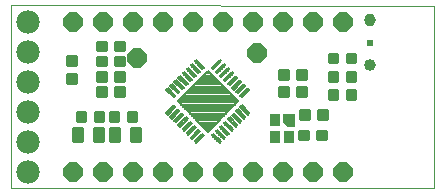
<source format=gts>
G75*
%MOIN*%
%OFA0B0*%
%FSLAX25Y25*%
%IPPOS*%
%LPD*%
%AMOC8*
5,1,8,0,0,1.08239X$1,22.5*
%
%ADD10C,0.00000*%
%ADD11C,0.00975*%
%ADD12C,0.00748*%
%ADD13C,0.00692*%
%ADD14R,0.02369X0.02369*%
%ADD15R,0.02369X0.03943*%
%ADD16C,0.03975*%
%ADD17C,0.07800*%
%ADD18R,0.03740X0.04134*%
%ADD19C,0.00200*%
%ADD20OC8,0.06400*%
D10*
X0001250Y0002383D02*
X0001250Y0063593D01*
X0142451Y0063343D01*
X0142451Y0002383D01*
X0001250Y0002383D01*
D11*
X0022037Y0018170D02*
X0024963Y0018170D01*
X0022037Y0018170D02*
X0022037Y0022596D01*
X0024963Y0022596D01*
X0024963Y0018170D01*
X0024963Y0019144D02*
X0022037Y0019144D01*
X0022037Y0020118D02*
X0024963Y0020118D01*
X0024963Y0021092D02*
X0022037Y0021092D01*
X0022037Y0022066D02*
X0024963Y0022066D01*
X0029037Y0018170D02*
X0031963Y0018170D01*
X0029037Y0018170D02*
X0029037Y0022596D01*
X0031963Y0022596D01*
X0031963Y0018170D01*
X0031963Y0019144D02*
X0029037Y0019144D01*
X0029037Y0020118D02*
X0031963Y0020118D01*
X0031963Y0021092D02*
X0029037Y0021092D01*
X0029037Y0022066D02*
X0031963Y0022066D01*
X0034537Y0018170D02*
X0037463Y0018170D01*
X0034537Y0018170D02*
X0034537Y0022596D01*
X0037463Y0022596D01*
X0037463Y0018170D01*
X0037463Y0019144D02*
X0034537Y0019144D01*
X0034537Y0020118D02*
X0037463Y0020118D01*
X0037463Y0021092D02*
X0034537Y0021092D01*
X0034537Y0022066D02*
X0037463Y0022066D01*
X0041537Y0018170D02*
X0044463Y0018170D01*
X0041537Y0018170D02*
X0041537Y0022596D01*
X0044463Y0022596D01*
X0044463Y0018170D01*
X0044463Y0019144D02*
X0041537Y0019144D01*
X0041537Y0020118D02*
X0044463Y0020118D01*
X0044463Y0021092D02*
X0041537Y0021092D01*
X0041537Y0022066D02*
X0044463Y0022066D01*
X0043213Y0024920D02*
X0040287Y0024920D01*
X0040287Y0027846D01*
X0043213Y0027846D01*
X0043213Y0024920D01*
X0043213Y0025894D02*
X0040287Y0025894D01*
X0040287Y0026868D02*
X0043213Y0026868D01*
X0043213Y0027842D02*
X0040287Y0027842D01*
X0037213Y0024920D02*
X0034287Y0024920D01*
X0034287Y0027846D01*
X0037213Y0027846D01*
X0037213Y0024920D01*
X0037213Y0025894D02*
X0034287Y0025894D01*
X0034287Y0026868D02*
X0037213Y0026868D01*
X0037213Y0027842D02*
X0034287Y0027842D01*
X0032213Y0027846D02*
X0029287Y0027846D01*
X0032213Y0027846D02*
X0032213Y0024920D01*
X0029287Y0024920D01*
X0029287Y0027846D01*
X0029287Y0025894D02*
X0032213Y0025894D01*
X0032213Y0026868D02*
X0029287Y0026868D01*
X0029287Y0027842D02*
X0032213Y0027842D01*
X0026213Y0027846D02*
X0023287Y0027846D01*
X0026213Y0027846D02*
X0026213Y0024920D01*
X0023287Y0024920D01*
X0023287Y0027846D01*
X0023287Y0025894D02*
X0026213Y0025894D01*
X0026213Y0026868D02*
X0023287Y0026868D01*
X0023287Y0027842D02*
X0026213Y0027842D01*
X0030037Y0036096D02*
X0032963Y0036096D01*
X0032963Y0033170D01*
X0030037Y0033170D01*
X0030037Y0036096D01*
X0030037Y0034144D02*
X0032963Y0034144D01*
X0032963Y0035118D02*
X0030037Y0035118D01*
X0030037Y0036092D02*
X0032963Y0036092D01*
X0036037Y0036096D02*
X0038963Y0036096D01*
X0038963Y0033170D01*
X0036037Y0033170D01*
X0036037Y0036096D01*
X0036037Y0034144D02*
X0038963Y0034144D01*
X0038963Y0035118D02*
X0036037Y0035118D01*
X0036037Y0036092D02*
X0038963Y0036092D01*
X0038963Y0038170D02*
X0036037Y0038170D01*
X0036037Y0041096D01*
X0038963Y0041096D01*
X0038963Y0038170D01*
X0038963Y0039144D02*
X0036037Y0039144D01*
X0036037Y0040118D02*
X0038963Y0040118D01*
X0038963Y0041092D02*
X0036037Y0041092D01*
X0032963Y0038170D02*
X0030037Y0038170D01*
X0030037Y0041096D01*
X0032963Y0041096D01*
X0032963Y0038170D01*
X0032963Y0039144D02*
X0030037Y0039144D01*
X0030037Y0040118D02*
X0032963Y0040118D01*
X0032963Y0041092D02*
X0030037Y0041092D01*
X0030037Y0046346D02*
X0032963Y0046346D01*
X0032963Y0043420D01*
X0030037Y0043420D01*
X0030037Y0046346D01*
X0030037Y0044394D02*
X0032963Y0044394D01*
X0032963Y0045368D02*
X0030037Y0045368D01*
X0030037Y0046342D02*
X0032963Y0046342D01*
X0036037Y0046346D02*
X0038963Y0046346D01*
X0038963Y0043420D01*
X0036037Y0043420D01*
X0036037Y0046346D01*
X0036037Y0044394D02*
X0038963Y0044394D01*
X0038963Y0045368D02*
X0036037Y0045368D01*
X0036037Y0046342D02*
X0038963Y0046342D01*
X0038963Y0051346D02*
X0036037Y0051346D01*
X0038963Y0051346D02*
X0038963Y0048420D01*
X0036037Y0048420D01*
X0036037Y0051346D01*
X0036037Y0049394D02*
X0038963Y0049394D01*
X0038963Y0050368D02*
X0036037Y0050368D01*
X0036037Y0051342D02*
X0038963Y0051342D01*
X0032963Y0051346D02*
X0030037Y0051346D01*
X0032963Y0051346D02*
X0032963Y0048420D01*
X0030037Y0048420D01*
X0030037Y0051346D01*
X0030037Y0049394D02*
X0032963Y0049394D01*
X0032963Y0050368D02*
X0030037Y0050368D01*
X0030037Y0051342D02*
X0032963Y0051342D01*
X0022963Y0046596D02*
X0022963Y0043670D01*
X0020037Y0043670D01*
X0020037Y0046596D01*
X0022963Y0046596D01*
X0022963Y0044644D02*
X0020037Y0044644D01*
X0020037Y0045618D02*
X0022963Y0045618D01*
X0022963Y0046592D02*
X0020037Y0046592D01*
X0022963Y0040596D02*
X0022963Y0037670D01*
X0020037Y0037670D01*
X0020037Y0040596D01*
X0022963Y0040596D01*
X0022963Y0038644D02*
X0020037Y0038644D01*
X0020037Y0039618D02*
X0022963Y0039618D01*
X0022963Y0040592D02*
X0020037Y0040592D01*
X0090787Y0041846D02*
X0093713Y0041846D01*
X0093713Y0038920D01*
X0090787Y0038920D01*
X0090787Y0041846D01*
X0090787Y0039894D02*
X0093713Y0039894D01*
X0093713Y0040868D02*
X0090787Y0040868D01*
X0090787Y0041842D02*
X0093713Y0041842D01*
X0096787Y0041846D02*
X0099713Y0041846D01*
X0099713Y0038920D01*
X0096787Y0038920D01*
X0096787Y0041846D01*
X0096787Y0039894D02*
X0099713Y0039894D01*
X0099713Y0040868D02*
X0096787Y0040868D01*
X0096787Y0041842D02*
X0099713Y0041842D01*
X0107287Y0041096D02*
X0110213Y0041096D01*
X0110213Y0038170D01*
X0107287Y0038170D01*
X0107287Y0041096D01*
X0107287Y0039144D02*
X0110213Y0039144D01*
X0110213Y0040118D02*
X0107287Y0040118D01*
X0107287Y0041092D02*
X0110213Y0041092D01*
X0113287Y0041096D02*
X0116213Y0041096D01*
X0116213Y0038170D01*
X0113287Y0038170D01*
X0113287Y0041096D01*
X0113287Y0039144D02*
X0116213Y0039144D01*
X0116213Y0040118D02*
X0113287Y0040118D01*
X0113287Y0041092D02*
X0116213Y0041092D01*
X0116213Y0047346D02*
X0113287Y0047346D01*
X0116213Y0047346D02*
X0116213Y0044420D01*
X0113287Y0044420D01*
X0113287Y0047346D01*
X0113287Y0045394D02*
X0116213Y0045394D01*
X0116213Y0046368D02*
X0113287Y0046368D01*
X0113287Y0047342D02*
X0116213Y0047342D01*
X0110213Y0047346D02*
X0107287Y0047346D01*
X0110213Y0047346D02*
X0110213Y0044420D01*
X0107287Y0044420D01*
X0107287Y0047346D01*
X0107287Y0045394D02*
X0110213Y0045394D01*
X0110213Y0046368D02*
X0107287Y0046368D01*
X0107287Y0047342D02*
X0110213Y0047342D01*
X0099786Y0033097D02*
X0096860Y0033097D01*
X0096860Y0036023D01*
X0099786Y0036023D01*
X0099786Y0033097D01*
X0099786Y0034071D02*
X0096860Y0034071D01*
X0096860Y0035045D02*
X0099786Y0035045D01*
X0099786Y0036019D02*
X0096860Y0036019D01*
X0093786Y0033097D02*
X0090860Y0033097D01*
X0090860Y0036023D01*
X0093786Y0036023D01*
X0093786Y0033097D01*
X0093786Y0034071D02*
X0090860Y0034071D01*
X0090860Y0035045D02*
X0093786Y0035045D01*
X0093786Y0036019D02*
X0090860Y0036019D01*
X0107287Y0032170D02*
X0110213Y0032170D01*
X0107287Y0032170D02*
X0107287Y0035096D01*
X0110213Y0035096D01*
X0110213Y0032170D01*
X0110213Y0033144D02*
X0107287Y0033144D01*
X0107287Y0034118D02*
X0110213Y0034118D01*
X0110213Y0035092D02*
X0107287Y0035092D01*
X0113287Y0032170D02*
X0116213Y0032170D01*
X0113287Y0032170D02*
X0113287Y0035096D01*
X0116213Y0035096D01*
X0116213Y0032170D01*
X0116213Y0033144D02*
X0113287Y0033144D01*
X0113287Y0034118D02*
X0116213Y0034118D01*
X0116213Y0035092D02*
X0113287Y0035092D01*
X0106567Y0028535D02*
X0103641Y0028535D01*
X0106567Y0028535D02*
X0106567Y0025609D01*
X0103641Y0025609D01*
X0103641Y0028535D01*
X0103641Y0026583D02*
X0106567Y0026583D01*
X0106567Y0027557D02*
X0103641Y0027557D01*
X0103641Y0028531D02*
X0106567Y0028531D01*
X0100567Y0028535D02*
X0097641Y0028535D01*
X0100567Y0028535D02*
X0100567Y0025609D01*
X0097641Y0025609D01*
X0097641Y0028535D01*
X0097641Y0026583D02*
X0100567Y0026583D01*
X0100567Y0027557D02*
X0097641Y0027557D01*
X0097641Y0028531D02*
X0100567Y0028531D01*
X0100463Y0021674D02*
X0097537Y0021674D01*
X0100463Y0021674D02*
X0100463Y0018748D01*
X0097537Y0018748D01*
X0097537Y0021674D01*
X0097537Y0019722D02*
X0100463Y0019722D01*
X0100463Y0020696D02*
X0097537Y0020696D01*
X0097537Y0021670D02*
X0100463Y0021670D01*
X0103537Y0021674D02*
X0106463Y0021674D01*
X0106463Y0018748D01*
X0103537Y0018748D01*
X0103537Y0021674D01*
X0103537Y0019722D02*
X0106463Y0019722D01*
X0106463Y0020696D02*
X0103537Y0020696D01*
X0103537Y0021670D02*
X0106463Y0021670D01*
D12*
X0077053Y0031383D02*
X0067000Y0041436D01*
X0077053Y0031383D02*
X0067000Y0021330D01*
X0056947Y0031383D01*
X0067000Y0041436D01*
X0067747Y0022077D02*
X0066253Y0022077D01*
X0065506Y0022824D02*
X0068494Y0022824D01*
X0069241Y0023571D02*
X0064759Y0023571D01*
X0064012Y0024318D02*
X0069988Y0024318D01*
X0070735Y0025065D02*
X0063265Y0025065D01*
X0062518Y0025812D02*
X0071482Y0025812D01*
X0072229Y0026559D02*
X0061771Y0026559D01*
X0061024Y0027306D02*
X0072976Y0027306D01*
X0073723Y0028053D02*
X0060277Y0028053D01*
X0059530Y0028800D02*
X0074470Y0028800D01*
X0075217Y0029547D02*
X0058783Y0029547D01*
X0058036Y0030294D02*
X0075964Y0030294D01*
X0076711Y0031041D02*
X0057289Y0031041D01*
X0057352Y0031788D02*
X0076648Y0031788D01*
X0075901Y0032535D02*
X0058099Y0032535D01*
X0058846Y0033282D02*
X0075154Y0033282D01*
X0074407Y0034029D02*
X0059593Y0034029D01*
X0060340Y0034776D02*
X0073660Y0034776D01*
X0072913Y0035523D02*
X0061087Y0035523D01*
X0061834Y0036270D02*
X0072166Y0036270D01*
X0071419Y0037017D02*
X0062581Y0037017D01*
X0063328Y0037764D02*
X0070672Y0037764D01*
X0069925Y0038511D02*
X0064075Y0038511D01*
X0064822Y0039258D02*
X0069178Y0039258D01*
X0068431Y0040005D02*
X0065569Y0040005D01*
X0066316Y0040752D02*
X0067684Y0040752D01*
D13*
X0069712Y0041267D02*
X0072288Y0043843D01*
X0072778Y0043353D01*
X0070202Y0040777D01*
X0069712Y0041267D01*
X0069913Y0041468D02*
X0070893Y0041468D01*
X0070604Y0042159D02*
X0071584Y0042159D01*
X0071295Y0042850D02*
X0072275Y0042850D01*
X0071986Y0043541D02*
X0072590Y0043541D01*
X0070896Y0045234D02*
X0068320Y0042658D01*
X0070896Y0045234D02*
X0071386Y0044744D01*
X0068810Y0042168D01*
X0068320Y0042658D01*
X0068521Y0042859D02*
X0069501Y0042859D01*
X0069212Y0043550D02*
X0070192Y0043550D01*
X0069903Y0044241D02*
X0070883Y0044241D01*
X0070594Y0044932D02*
X0071198Y0044932D01*
X0065190Y0042168D02*
X0062614Y0044744D01*
X0063104Y0045234D01*
X0065680Y0042658D01*
X0065190Y0042168D01*
X0065479Y0042859D02*
X0064499Y0042859D01*
X0064788Y0043550D02*
X0063808Y0043550D01*
X0064097Y0044241D02*
X0063117Y0044241D01*
X0063406Y0044932D02*
X0062802Y0044932D01*
X0061291Y0043422D02*
X0063867Y0040846D01*
X0061291Y0043422D02*
X0061781Y0043912D01*
X0064357Y0041336D01*
X0063867Y0040846D01*
X0064156Y0041537D02*
X0063176Y0041537D01*
X0063465Y0042228D02*
X0062485Y0042228D01*
X0062774Y0042919D02*
X0061794Y0042919D01*
X0062083Y0043610D02*
X0061479Y0043610D01*
X0059969Y0042100D02*
X0062545Y0039524D01*
X0059969Y0042100D02*
X0060459Y0042590D01*
X0063035Y0040014D01*
X0062545Y0039524D01*
X0062834Y0040215D02*
X0061854Y0040215D01*
X0062143Y0040906D02*
X0061163Y0040906D01*
X0061452Y0041597D02*
X0060472Y0041597D01*
X0060761Y0042288D02*
X0060157Y0042288D01*
X0058577Y0040708D02*
X0061153Y0038132D01*
X0058577Y0040708D02*
X0059067Y0041198D01*
X0061643Y0038622D01*
X0061153Y0038132D01*
X0061442Y0038823D02*
X0060462Y0038823D01*
X0060751Y0039514D02*
X0059771Y0039514D01*
X0060060Y0040205D02*
X0059080Y0040205D01*
X0059369Y0040896D02*
X0058765Y0040896D01*
X0057185Y0039316D02*
X0059761Y0036740D01*
X0057185Y0039316D02*
X0057675Y0039806D01*
X0060251Y0037230D01*
X0059761Y0036740D01*
X0060050Y0037431D02*
X0059070Y0037431D01*
X0059359Y0038122D02*
X0058379Y0038122D01*
X0058668Y0038813D02*
X0057688Y0038813D01*
X0057977Y0039504D02*
X0057373Y0039504D01*
X0055863Y0037994D02*
X0058439Y0035418D01*
X0055863Y0037994D02*
X0056353Y0038484D01*
X0058929Y0035908D01*
X0058439Y0035418D01*
X0058728Y0036109D02*
X0057748Y0036109D01*
X0058037Y0036800D02*
X0057057Y0036800D01*
X0057346Y0037491D02*
X0056366Y0037491D01*
X0056655Y0038182D02*
X0056051Y0038182D01*
X0054471Y0036602D02*
X0057047Y0034026D01*
X0054471Y0036602D02*
X0054961Y0037092D01*
X0057537Y0034516D01*
X0057047Y0034026D01*
X0057336Y0034717D02*
X0056356Y0034717D01*
X0056645Y0035408D02*
X0055665Y0035408D01*
X0055954Y0036099D02*
X0054974Y0036099D01*
X0055263Y0036790D02*
X0054659Y0036790D01*
X0053148Y0035279D02*
X0055724Y0032703D01*
X0053148Y0035279D02*
X0053638Y0035769D01*
X0056214Y0033193D01*
X0055724Y0032703D01*
X0056013Y0033394D02*
X0055033Y0033394D01*
X0055322Y0034085D02*
X0054342Y0034085D01*
X0054631Y0034776D02*
X0053651Y0034776D01*
X0053940Y0035467D02*
X0053336Y0035467D01*
X0056214Y0029572D02*
X0053638Y0026996D01*
X0053148Y0027486D01*
X0055724Y0030062D01*
X0056214Y0029572D01*
X0054329Y0027687D02*
X0053349Y0027687D01*
X0054040Y0028378D02*
X0055020Y0028378D01*
X0054731Y0029069D02*
X0055711Y0029069D01*
X0055422Y0029760D02*
X0056026Y0029760D01*
X0057537Y0028250D02*
X0054961Y0025674D01*
X0054471Y0026164D01*
X0057047Y0028740D01*
X0057537Y0028250D01*
X0055652Y0026365D02*
X0054672Y0026365D01*
X0055363Y0027056D02*
X0056343Y0027056D01*
X0056054Y0027747D02*
X0057034Y0027747D01*
X0056745Y0028438D02*
X0057349Y0028438D01*
X0058859Y0026928D02*
X0056283Y0024352D01*
X0055793Y0024842D01*
X0058369Y0027418D01*
X0058859Y0026928D01*
X0056974Y0025043D02*
X0055994Y0025043D01*
X0056685Y0025734D02*
X0057665Y0025734D01*
X0057376Y0026425D02*
X0058356Y0026425D01*
X0058067Y0027116D02*
X0058671Y0027116D01*
X0060251Y0025536D02*
X0057675Y0022960D01*
X0057185Y0023450D01*
X0059761Y0026026D01*
X0060251Y0025536D01*
X0058366Y0023651D02*
X0057386Y0023651D01*
X0058077Y0024342D02*
X0059057Y0024342D01*
X0058768Y0025033D02*
X0059748Y0025033D01*
X0059459Y0025724D02*
X0060063Y0025724D01*
X0061643Y0024144D02*
X0059067Y0021568D01*
X0058577Y0022058D01*
X0061153Y0024634D01*
X0061643Y0024144D01*
X0059758Y0022259D02*
X0058778Y0022259D01*
X0059469Y0022950D02*
X0060449Y0022950D01*
X0060160Y0023641D02*
X0061140Y0023641D01*
X0060851Y0024332D02*
X0061455Y0024332D01*
X0062965Y0022821D02*
X0060389Y0020245D01*
X0059899Y0020735D01*
X0062475Y0023311D01*
X0062965Y0022821D01*
X0061080Y0020936D02*
X0060100Y0020936D01*
X0060791Y0021627D02*
X0061771Y0021627D01*
X0061482Y0022318D02*
X0062462Y0022318D01*
X0062173Y0023009D02*
X0062777Y0023009D01*
X0064357Y0021429D02*
X0061781Y0018853D01*
X0061291Y0019343D01*
X0063867Y0021919D01*
X0064357Y0021429D01*
X0062472Y0019544D02*
X0061492Y0019544D01*
X0062183Y0020235D02*
X0063163Y0020235D01*
X0062874Y0020926D02*
X0063854Y0020926D01*
X0063565Y0021617D02*
X0064169Y0021617D01*
X0065680Y0020107D02*
X0063104Y0017531D01*
X0062614Y0018021D01*
X0065190Y0020597D01*
X0065680Y0020107D01*
X0063795Y0018222D02*
X0062815Y0018222D01*
X0063506Y0018913D02*
X0064486Y0018913D01*
X0064197Y0019604D02*
X0065177Y0019604D01*
X0064888Y0020295D02*
X0065492Y0020295D01*
X0068810Y0020597D02*
X0071386Y0018021D01*
X0070896Y0017531D01*
X0068320Y0020107D01*
X0068810Y0020597D01*
X0070205Y0018222D02*
X0071185Y0018222D01*
X0070494Y0018913D02*
X0069514Y0018913D01*
X0069803Y0019604D02*
X0068823Y0019604D01*
X0069112Y0020295D02*
X0068508Y0020295D01*
X0070133Y0021919D02*
X0072709Y0019343D01*
X0072219Y0018853D01*
X0069643Y0021429D01*
X0070133Y0021919D01*
X0071528Y0019544D02*
X0072508Y0019544D01*
X0071817Y0020235D02*
X0070837Y0020235D01*
X0071126Y0020926D02*
X0070146Y0020926D01*
X0070435Y0021617D02*
X0069831Y0021617D01*
X0071455Y0023242D02*
X0074031Y0020666D01*
X0073541Y0020176D01*
X0070965Y0022752D01*
X0071455Y0023242D01*
X0072850Y0020867D02*
X0073830Y0020867D01*
X0073139Y0021558D02*
X0072159Y0021558D01*
X0072448Y0022249D02*
X0071468Y0022249D01*
X0071757Y0022940D02*
X0071153Y0022940D01*
X0072847Y0024634D02*
X0075423Y0022058D01*
X0074933Y0021568D01*
X0072357Y0024144D01*
X0072847Y0024634D01*
X0074242Y0022259D02*
X0075222Y0022259D01*
X0074531Y0022950D02*
X0073551Y0022950D01*
X0073840Y0023641D02*
X0072860Y0023641D01*
X0073149Y0024332D02*
X0072545Y0024332D01*
X0074239Y0026026D02*
X0076815Y0023450D01*
X0076325Y0022960D01*
X0073749Y0025536D01*
X0074239Y0026026D01*
X0075634Y0023651D02*
X0076614Y0023651D01*
X0075923Y0024342D02*
X0074943Y0024342D01*
X0075232Y0025033D02*
X0074252Y0025033D01*
X0074541Y0025724D02*
X0073937Y0025724D01*
X0075561Y0027348D02*
X0078137Y0024772D01*
X0077647Y0024282D01*
X0075071Y0026858D01*
X0075561Y0027348D01*
X0076956Y0024973D02*
X0077936Y0024973D01*
X0077245Y0025664D02*
X0076265Y0025664D01*
X0076554Y0026355D02*
X0075574Y0026355D01*
X0075863Y0027046D02*
X0075259Y0027046D01*
X0076953Y0028740D02*
X0079529Y0026164D01*
X0079039Y0025674D01*
X0076463Y0028250D01*
X0076953Y0028740D01*
X0078348Y0026365D02*
X0079328Y0026365D01*
X0078637Y0027056D02*
X0077657Y0027056D01*
X0077946Y0027747D02*
X0076966Y0027747D01*
X0077255Y0028438D02*
X0076651Y0028438D01*
X0078276Y0030062D02*
X0080852Y0027486D01*
X0080362Y0026996D01*
X0077786Y0029572D01*
X0078276Y0030062D01*
X0079671Y0027687D02*
X0080651Y0027687D01*
X0079960Y0028378D02*
X0078980Y0028378D01*
X0079269Y0029069D02*
X0078289Y0029069D01*
X0078578Y0029760D02*
X0077974Y0029760D01*
X0077786Y0033193D02*
X0080362Y0035769D01*
X0080852Y0035279D01*
X0078276Y0032703D01*
X0077786Y0033193D01*
X0077987Y0033394D02*
X0078967Y0033394D01*
X0078678Y0034085D02*
X0079658Y0034085D01*
X0079369Y0034776D02*
X0080349Y0034776D01*
X0080060Y0035467D02*
X0080664Y0035467D01*
X0079039Y0037092D02*
X0076463Y0034516D01*
X0079039Y0037092D02*
X0079529Y0036602D01*
X0076953Y0034026D01*
X0076463Y0034516D01*
X0076664Y0034717D02*
X0077644Y0034717D01*
X0077355Y0035408D02*
X0078335Y0035408D01*
X0078046Y0036099D02*
X0079026Y0036099D01*
X0078737Y0036790D02*
X0079341Y0036790D01*
X0077717Y0038414D02*
X0075141Y0035838D01*
X0077717Y0038414D02*
X0078207Y0037924D01*
X0075631Y0035348D01*
X0075141Y0035838D01*
X0075342Y0036039D02*
X0076322Y0036039D01*
X0076033Y0036730D02*
X0077013Y0036730D01*
X0076724Y0037421D02*
X0077704Y0037421D01*
X0077415Y0038112D02*
X0078019Y0038112D01*
X0076325Y0039806D02*
X0073749Y0037230D01*
X0076325Y0039806D02*
X0076815Y0039316D01*
X0074239Y0036740D01*
X0073749Y0037230D01*
X0073950Y0037431D02*
X0074930Y0037431D01*
X0074641Y0038122D02*
X0075621Y0038122D01*
X0075332Y0038813D02*
X0076312Y0038813D01*
X0076023Y0039504D02*
X0076627Y0039504D01*
X0074933Y0041198D02*
X0072357Y0038622D01*
X0074933Y0041198D02*
X0075423Y0040708D01*
X0072847Y0038132D01*
X0072357Y0038622D01*
X0072558Y0038823D02*
X0073538Y0038823D01*
X0073249Y0039514D02*
X0074229Y0039514D01*
X0073940Y0040205D02*
X0074920Y0040205D01*
X0074631Y0040896D02*
X0075235Y0040896D01*
X0073611Y0042520D02*
X0071035Y0039944D01*
X0073611Y0042520D02*
X0074101Y0042030D01*
X0071525Y0039454D01*
X0071035Y0039944D01*
X0071236Y0040145D02*
X0072216Y0040145D01*
X0071927Y0040836D02*
X0072907Y0040836D01*
X0072618Y0041527D02*
X0073598Y0041527D01*
X0073309Y0042218D02*
X0073913Y0042218D01*
D14*
X0121016Y0050737D03*
D15*
X0121016Y0058611D03*
D16*
X0121016Y0058611D03*
X0121016Y0043611D03*
D17*
X0007000Y0047883D03*
X0007000Y0057883D03*
X0007000Y0037883D03*
X0007000Y0027883D03*
X0007000Y0017883D03*
X0007000Y0007883D03*
D18*
X0089456Y0019352D03*
X0093983Y0019352D03*
X0089456Y0025060D03*
D19*
X0092212Y0024962D02*
X0095755Y0024962D01*
X0095755Y0025160D02*
X0092212Y0025160D01*
X0092212Y0025359D02*
X0095755Y0025359D01*
X0095755Y0025557D02*
X0092212Y0025557D01*
X0092212Y0025756D02*
X0095755Y0025756D01*
X0095755Y0025954D02*
X0092212Y0025954D01*
X0092212Y0026153D02*
X0095755Y0026153D01*
X0095755Y0026351D02*
X0092212Y0026351D01*
X0092212Y0026550D02*
X0095755Y0026550D01*
X0095755Y0026748D02*
X0092212Y0026748D01*
X0092212Y0026947D02*
X0095755Y0026947D01*
X0095755Y0027029D02*
X0095755Y0023092D01*
X0093491Y0023092D01*
X0092212Y0024371D01*
X0092212Y0027029D01*
X0095755Y0027029D01*
X0095755Y0024763D02*
X0092212Y0024763D01*
X0092212Y0024565D02*
X0095755Y0024565D01*
X0095755Y0024366D02*
X0092217Y0024366D01*
X0092416Y0024168D02*
X0095755Y0024168D01*
X0095755Y0023969D02*
X0092614Y0023969D01*
X0092813Y0023770D02*
X0095755Y0023770D01*
X0095755Y0023572D02*
X0093011Y0023572D01*
X0093210Y0023373D02*
X0095755Y0023373D01*
X0095755Y0023175D02*
X0093408Y0023175D01*
D20*
X0092000Y0007883D03*
X0082000Y0007883D03*
X0072000Y0007883D03*
X0062000Y0007883D03*
X0052000Y0007883D03*
X0042000Y0007883D03*
X0032000Y0007883D03*
X0022000Y0007883D03*
X0102000Y0007883D03*
X0112000Y0007883D03*
X0043500Y0045883D03*
X0042000Y0057883D03*
X0032000Y0057883D03*
X0022000Y0057883D03*
X0052000Y0057883D03*
X0062000Y0057883D03*
X0072000Y0057883D03*
X0082000Y0057883D03*
X0092000Y0057883D03*
X0102000Y0057883D03*
X0112000Y0057883D03*
X0083250Y0047383D03*
M02*

</source>
